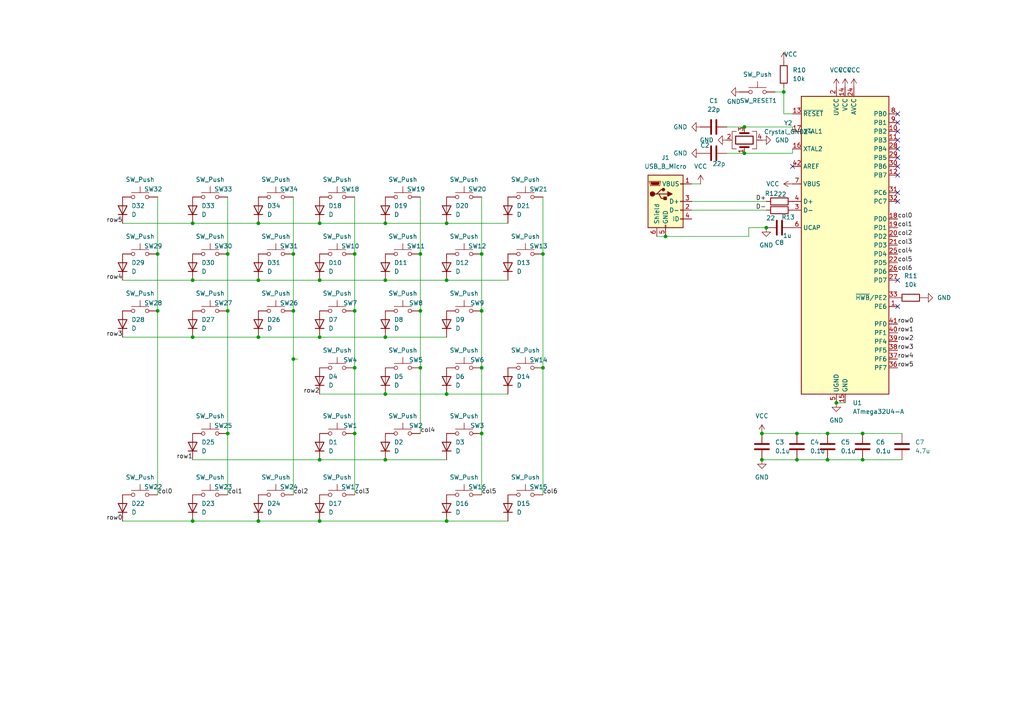
<source format=kicad_sch>
(kicad_sch (version 20231120) (generator "eeschema") (generator_version "8.0")
  (paper "A4")
  (lib_symbols
    (symbol "Connector:USB_B_Micro" (pin_names (offset 1.016))
      (property "Reference" "J" (at -5.08 11.43 0))
      (property "Value" "USB_B_Micro" (at -5.08 8.89 0))
      (symbol "USB_B_Micro_0_1"
        (rectangle (start -5.08 -7.62) (end 5.08 7.62) (stroke (width 0.254)) (fill (type background)))
        (circle (center -3.81 2.159) (radius 0.635) (stroke (width 0.254)) (fill (type outline)))
        (circle (center -0.635 3.429) (radius 0.381) (stroke (width 0.254)) (fill (type outline)))
        (rectangle (start -0.127 -7.62) (end 0.127 -6.858))
        (polyline (pts (xy -1.905 2.159) (xy 0.635 2.159)) (stroke (width 0.254)))
        (polyline (pts (xy -3.175 2.159) (xy -2.54 2.159) (xy -1.27 3.429) (xy -0.635 3.429)) (stroke (width 0.254)))
        (polyline (pts (xy -2.54 2.159) (xy -1.905 2.159) (xy -1.27 0.889) (xy 0 0.889)) (stroke (width 0.254)))
        (polyline (pts (xy 0.635 2.794) (xy 0.635 1.524) (xy 1.905 2.159) (xy 0.635 2.794)) (stroke (width 0.254)) (fill (type outline)))
        (polyline (pts (xy -4.318 5.588) (xy -1.778 5.588) (xy -2.032 4.826) (xy -4.064 4.826) (xy -4.318 5.588)) (fill (type outline)))
        (polyline (pts (xy -4.699 5.842) (xy -4.699 5.588) (xy -4.445 4.826) (xy -4.445 4.572) (xy -1.651 4.572) (xy -1.651 4.826) (xy -1.397 5.588) (xy -1.397 5.842) (xy -4.699 5.842)))
        (rectangle (start 0.254 1.27) (end -0.508 0.508) (stroke (width 0.254)) (fill (type outline)))
        (rectangle (start 5.08 -5.207) (end 4.318 -4.953))
        (rectangle (start 5.08 -2.667) (end 4.318 -2.413))
        (rectangle (start 5.08 -0.127) (end 4.318 0.127))
        (rectangle (start 5.08 4.953) (end 4.318 5.207))
      )
      (symbol "USB_B_Micro_1_1"
        (pin power_out line (at 7.62 5.08 180) (length 2.54) (name "VBUS") (number "1"))
        (pin bidirectional line (at 7.62 -2.54 180) (length 2.54) (name "D-") (number "2"))
        (pin bidirectional line (at 7.62 0 180) (length 2.54) (name "D+") (number "3"))
        (pin passive line (at 7.62 -5.08 180) (length 2.54) (name "ID") (number "4"))
        (pin power_out line (at 0 -10.16 90) (length 2.54) (name "GND") (number "5"))
        (pin passive line (at -2.54 -10.16 90) (length 2.54) (name "Shield") (number "6"))
      )
    )
    (symbol "Device:C" (pin_numbers hide) (pin_names (offset 0.254))
      (property "Reference" "C" (at 0.635 2.54 0))
      (property "Value" "C" (at 0.635 -2.54 0))
      (symbol "C_0_1"
        (polyline (pts (xy -2.032 -0.762) (xy 2.032 -0.762)) (stroke (width 0.508)))
        (polyline (pts (xy -2.032 0.762) (xy 2.032 0.762)) (stroke (width 0.508)))
      )
      (symbol "C_1_1"
        (pin passive line (at 0 3.81 270) (length 2.794) (name "~") (number "1"))
        (pin passive line (at 0 -3.81 90) (length 2.794) (name "~") (number "2"))
      )
    )
    (symbol "Device:Crystal_GND24" (pin_names (offset 1.016) hide)
      (property "Reference" "Y" (at 3.175 5.08 0))
      (property "Value" "Crystal_GND24" (at 3.175 3.175 0))
      (symbol "Crystal_GND24_0_1"
        (rectangle (start -1.143 2.54) (end 1.143 -2.54) (stroke (width 0.3048)))
        (polyline (pts (xy -2.54 0) (xy -2.032 0)))
        (polyline (pts (xy -2.032 -1.27) (xy -2.032 1.27)) (stroke (width 0.508)))
        (polyline (pts (xy 0 -3.81) (xy 0 -3.556)))
        (polyline (pts (xy 0 3.556) (xy 0 3.81)))
        (polyline (pts (xy 2.032 -1.27) (xy 2.032 1.27)) (stroke (width 0.508)))
        (polyline (pts (xy 2.032 0) (xy 2.54 0)))
        (polyline (pts (xy -2.54 -2.286) (xy -2.54 -3.556) (xy 2.54 -3.556) (xy 2.54 -2.286)))
        (polyline (pts (xy -2.54 2.286) (xy -2.54 3.556) (xy 2.54 3.556) (xy 2.54 2.286)))
      )
      (symbol "Crystal_GND24_1_1"
        (pin passive line (at -3.81 0 0) (length 1.27) (name "1") (number "1"))
        (pin passive line (at 0 5.08 270) (length 1.27) (name "2") (number "2"))
        (pin passive line (at 3.81 0 180) (length 1.27) (name "3") (number "3"))
        (pin passive line (at 0 -5.08 90) (length 1.27) (name "4") (number "4"))
      )
    )
    (symbol "Device:D" (pin_numbers hide) (pin_names (offset 1.016) hide)
      (property "Reference" "D" (at 0 2.54 0))
      (property "Value" "D" (at 0 -2.54 0))
      (symbol "D_0_1"
        (polyline (pts (xy -1.27 1.27) (xy -1.27 -1.27)) (stroke (width 0.254)))
        (polyline (pts (xy 1.27 0) (xy -1.27 0)))
        (polyline (pts (xy 1.27 1.27) (xy 1.27 -1.27) (xy -1.27 0) (xy 1.27 1.27)) (stroke (width 0.254)))
      )
      (symbol "D_1_1"
        (pin passive line (at -3.81 0 0) (length 2.54) (name "K") (number "1"))
        (pin passive line (at 3.81 0 180) (length 2.54) (name "A") (number "2"))
      )
    )
    (symbol "Device:R" (pin_numbers hide) (pin_names (offset 0))
      (property "Reference" "R" (at 2.032 0 90))
      (property "Value" "R" (at 0 0 90))
      (symbol "R_0_1"
        (rectangle (start -1.016 -2.54) (end 1.016 2.54) (stroke (width 0.254)))
      )
      (symbol "R_1_1"
        (pin passive line (at 0 3.81 270) (length 1.27) (name "~") (number "1"))
        (pin passive line (at 0 -3.81 90) (length 1.27) (name "~") (number "2"))
      )
    )
    (symbol "MCU_Microchip_ATmega:ATmega32U4-A"
      (property "Reference" "U" (at -12.7 44.45 0))
      (property "Value" "ATmega32U4-A" (at 2.54 -44.45 0))
      (symbol "ATmega32U4-A_0_1"
        (rectangle (start -12.7 -43.18) (end 12.7 43.18) (stroke (width 0.254)) (fill (type background)))
      )
      (symbol "ATmega32U4-A_1_1"
        (pin bidirectional line (at 15.24 -17.78 180) (length 2.54) (name "PE6") (number "1"))
        (pin bidirectional line (at 15.24 33.02 180) (length 2.54) (name "PB2") (number "10"))
        (pin bidirectional line (at 15.24 30.48 180) (length 2.54) (name "PB3") (number "11"))
        (pin bidirectional line (at 15.24 20.32 180) (length 2.54) (name "PB7") (number "12"))
        (pin input line (at -15.24 38.1 0) (length 2.54) (name "~{RESET}") (number "13"))
        (pin power_in line (at 0 45.72 270) (length 2.54) (name "VCC") (number "14"))
        (pin power_in line (at 0 -45.72 90) (length 2.54) (name "GND") (number "15"))
        (pin output line (at -15.24 27.94 0) (length 2.54) (name "XTAL2") (number "16"))
        (pin input line (at -15.24 33.02 0) (length 2.54) (name "XTAL1") (number "17"))
        (pin bidirectional line (at 15.24 7.62 180) (length 2.54) (name "PD0") (number "18"))
        (pin bidirectional line (at 15.24 5.08 180) (length 2.54) (name "PD1") (number "19"))
        (pin power_in line (at -2.54 45.72 270) (length 2.54) (name "UVCC") (number "2"))
        (pin bidirectional line (at 15.24 2.54 180) (length 2.54) (name "PD2") (number "20"))
        (pin bidirectional line (at 15.24 0 180) (length 2.54) (name "PD3") (number "21"))
        (pin bidirectional line (at 15.24 -5.08 180) (length 2.54) (name "PD5") (number "22"))
        (pin passive line (at 0 -45.72 90) (length 2.54) hide (name "GND") (number "23"))
        (pin power_in line (at 2.54 45.72 270) (length 2.54) (name "AVCC") (number "24"))
        (pin bidirectional line (at 15.24 -2.54 180) (length 2.54) (name "PD4") (number "25"))
        (pin bidirectional line (at 15.24 -7.62 180) (length 2.54) (name "PD6") (number "26"))
        (pin bidirectional line (at 15.24 -10.16 180) (length 2.54) (name "PD7") (number "27"))
        (pin bidirectional line (at 15.24 27.94 180) (length 2.54) (name "PB4") (number "28"))
        (pin bidirectional line (at 15.24 25.4 180) (length 2.54) (name "PB5") (number "29"))
        (pin bidirectional line (at -15.24 10.16 0) (length 2.54) (name "D-") (number "3"))
        (pin bidirectional line (at 15.24 22.86 180) (length 2.54) (name "PB6") (number "30"))
        (pin bidirectional line (at 15.24 15.24 180) (length 2.54) (name "PC6") (number "31"))
        (pin bidirectional line (at 15.24 12.7 180) (length 2.54) (name "PC7") (number "32"))
        (pin bidirectional line (at 15.24 -15.24 180) (length 2.54) (name "~{HWB}/PE2") (number "33"))
        (pin passive line (at 0 45.72 270) (length 2.54) hide (name "VCC") (number "34"))
        (pin passive line (at 0 -45.72 90) (length 2.54) hide (name "GND") (number "35"))
        (pin bidirectional line (at 15.24 -35.56 180) (length 2.54) (name "PF7") (number "36"))
        (pin bidirectional line (at 15.24 -33.02 180) (length 2.54) (name "PF6") (number "37"))
        (pin bidirectional line (at 15.24 -30.48 180) (length 2.54) (name "PF5") (number "38"))
        (pin bidirectional line (at 15.24 -27.94 180) (length 2.54) (name "PF4") (number "39"))
        (pin bidirectional line (at -15.24 12.7 0) (length 2.54) (name "D+") (number "4"))
        (pin bidirectional line (at 15.24 -25.4 180) (length 2.54) (name "PF1") (number "40"))
        (pin bidirectional line (at 15.24 -22.86 180) (length 2.54) (name "PF0") (number "41"))
        (pin passive line (at -15.24 22.86 0) (length 2.54) (name "AREF") (number "42"))
        (pin passive line (at 0 -45.72 90) (length 2.54) hide (name "GND") (number "43"))
        (pin passive line (at 2.54 45.72 270) (length 2.54) hide (name "AVCC") (number "44"))
        (pin passive line (at -2.54 -45.72 90) (length 2.54) (name "UGND") (number "5"))
        (pin passive line (at -15.24 5.08 0) (length 2.54) (name "UCAP") (number "6"))
        (pin input line (at -15.24 17.78 0) (length 2.54) (name "VBUS") (number "7"))
        (pin bidirectional line (at 15.24 38.1 180) (length 2.54) (name "PB0") (number "8"))
        (pin bidirectional line (at 15.24 35.56 180) (length 2.54) (name "PB1") (number "9"))
      )
    )
    (symbol "Switch:SW_Push" (pin_numbers hide) (pin_names (offset 1.016) hide)
      (property "Reference" "SW" (at 1.27 2.54 0))
      (property "Value" "SW_Push" (at 0 -1.524 0))
      (symbol "SW_Push_0_1"
        (circle (center -2.032 0) (radius 0.508))
        (polyline (pts (xy 0 1.27) (xy 0 3.048)))
        (polyline (pts (xy 2.54 1.27) (xy -2.54 1.27)))
        (circle (center 2.032 0) (radius 0.508))
        (pin passive line (at -5.08 0 0) (length 2.54) (name "1") (number "1"))
        (pin passive line (at 5.08 0 180) (length 2.54) (name "2") (number "2"))
      )
    )
    (symbol "power:GND" (power) (pin_numbers hide) (pin_names (offset 0) hide)
      (property "Value" "GND" (at 0 -3.81 0))
      (symbol "GND_0_1"
        (polyline (pts (xy 0 0) (xy 0 -1.27) (xy 1.27 -1.27) (xy 0 -2.54) (xy -1.27 -1.27) (xy 0 -1.27)))
      )
      (symbol "GND_1_1"
        (pin power_in line (at 0 0 270) (length 0) (name "~") (number "1"))
      )
    )
    (symbol "power:VCC" (power) (pin_numbers hide) (pin_names (offset 0) hide)
      (property "Value" "VCC" (at 0 3.556 0))
      (symbol "VCC_0_1"
        (polyline (pts (xy -0.762 1.27) (xy 0 2.54)))
        (polyline (pts (xy 0 0) (xy 0 2.54)))
        (polyline (pts (xy 0 2.54) (xy 0.762 1.27)))
      )
      (symbol "VCC_1_1"
        (pin power_in line (at 0 0 90) (length 0) (name "~") (number "1"))
      )
    )
  )
  (junction (at 102.87 106.68))
  (junction (at 129.54 114.3))
  (junction (at 129.54 151.13))
  (junction (at 102.87 125.73))
  (junction (at 74.93 81.28))
  (junction (at 111.76 64.77))
  (junction (at 55.88 64.77))
  (junction (at 227.33 26.67))
  (junction (at 55.88 151.13))
  (junction (at 74.93 97.79))
  (junction (at 121.92 106.68))
  (junction (at 111.76 97.79))
  (junction (at 111.76 81.28))
  (junction (at 111.76 133.35))
  (junction (at 111.76 114.3))
  (junction (at 231.14 133.35))
  (junction (at 121.92 90.17))
  (junction (at 139.7 106.68))
  (junction (at 45.72 90.17))
  (junction (at 129.54 64.77))
  (junction (at 240.03 125.73))
  (junction (at 92.71 64.77))
  (junction (at 102.87 90.17))
  (junction (at 85.09 90.17))
  (junction (at 139.7 90.17))
  (junction (at 92.71 81.28))
  (junction (at 193.04 68.58))
  (junction (at 215.9 36.83))
  (junction (at 250.19 125.73))
  (junction (at 74.93 151.13))
  (junction (at 92.71 151.13))
  (junction (at 220.98 133.35))
  (junction (at 129.54 81.28))
  (junction (at 215.9 44.45))
  (junction (at 157.48 106.68))
  (junction (at 157.48 73.66))
  (junction (at 139.7 73.66))
  (junction (at 92.71 97.79))
  (junction (at 222.25 66.04))
  (junction (at 220.98 125.73))
  (junction (at 231.14 125.73))
  (junction (at 121.92 73.66))
  (junction (at 139.7 125.73))
  (junction (at 55.88 97.79))
  (junction (at 242.57 116.84))
  (junction (at 66.04 125.73))
  (junction (at 85.09 104.14))
  (junction (at 92.71 133.35))
  (junction (at 66.04 73.66))
  (junction (at 102.87 73.66))
  (junction (at 250.19 133.35))
  (junction (at 85.09 73.66))
  (junction (at 240.03 133.35))
  (junction (at 55.88 81.28))
  (junction (at 66.04 90.17))
  (junction (at 74.93 64.77))
  (junction (at 45.72 73.66))
  (no_connect (at 260.35 40.64))
  (no_connect (at 260.35 33.02))
  (no_connect (at 260.35 35.56))
  (no_connect (at 260.35 88.9))
  (no_connect (at 260.35 58.42))
  (no_connect (at 260.35 50.8))
  (no_connect (at 260.35 45.72))
  (no_connect (at 260.35 48.26))
  (no_connect (at 260.35 55.88))
  (no_connect (at 260.35 43.18))
  (no_connect (at 229.87 48.26))
  (no_connect (at 260.35 38.1))
  (no_connect (at 260.35 81.28))
  (wire (pts (xy 220.98 125.73) (xy 231.14 125.73)))
  (wire (pts (xy 92.71 133.35) (xy 111.76 133.35)))
  (wire (pts (xy 139.7 57.15) (xy 139.7 73.66)))
  (wire (pts (xy 157.48 57.15) (xy 157.48 73.66)))
  (wire (pts (xy 200.66 60.96) (xy 222.25 60.96)))
  (wire (pts (xy 215.9 36.83) (xy 229.87 36.83)))
  (wire (pts (xy 200.66 53.34) (xy 203.2 53.34)))
  (wire (pts (xy 55.88 81.28) (xy 74.93 81.28)))
  (wire (pts (xy 111.76 133.35) (xy 129.54 133.35)))
  (wire (pts (xy 35.56 64.77) (xy 55.88 64.77)))
  (wire (pts (xy 66.04 125.73) (xy 66.04 143.51)))
  (wire (pts (xy 74.93 97.79) (xy 92.71 97.79)))
  (wire (pts (xy 217.17 68.58) (xy 217.17 66.04)))
  (wire (pts (xy 92.71 64.77) (xy 111.76 64.77)))
  (wire (pts (xy 227.33 33.02) (xy 227.33 26.67)))
  (wire (pts (xy 242.57 116.84) (xy 245.11 116.84)))
  (wire (pts (xy 66.04 90.17) (xy 66.04 125.73)))
  (wire (pts (xy 55.88 64.77) (xy 74.93 64.77)))
  (wire (pts (xy 102.87 106.68) (xy 102.87 125.73)))
  (wire (pts (xy 129.54 81.28) (xy 147.32 81.28)))
  (wire (pts (xy 129.54 114.3) (xy 147.32 114.3)))
  (wire (pts (xy 55.88 151.13) (xy 74.93 151.13)))
  (wire (pts (xy 157.48 73.66) (xy 157.48 106.68)))
  (wire (pts (xy 220.98 133.35) (xy 231.14 133.35)))
  (wire (pts (xy 215.9 44.45) (xy 229.87 44.45)))
  (wire (pts (xy 190.5 68.58) (xy 193.04 68.58)))
  (wire (pts (xy 240.03 125.73) (xy 250.19 125.73)))
  (wire (pts (xy 85.09 104.14) (xy 86.36 104.14)))
  (wire (pts (xy 111.76 97.79) (xy 129.54 97.79)))
  (wire (pts (xy 102.87 90.17) (xy 102.87 106.68)))
  (wire (pts (xy 102.87 73.66) (xy 102.87 90.17)))
  (wire (pts (xy 231.14 125.73) (xy 240.03 125.73)))
  (wire (pts (xy 45.72 90.17) (xy 45.72 143.51)))
  (wire (pts (xy 66.04 57.15) (xy 66.04 73.66)))
  (wire (pts (xy 129.54 64.77) (xy 147.32 64.77)))
  (wire (pts (xy 139.7 125.73) (xy 139.7 143.51)))
  (wire (pts (xy 229.87 33.02) (xy 227.33 33.02)))
  (wire (pts (xy 74.93 151.13) (xy 92.71 151.13)))
  (wire (pts (xy 92.71 81.28) (xy 111.76 81.28)))
  (wire (pts (xy 85.09 143.51) (xy 85.09 104.14)))
  (wire (pts (xy 231.14 133.35) (xy 240.03 133.35)))
  (wire (pts (xy 92.71 97.79) (xy 111.76 97.79)))
  (wire (pts (xy 55.88 97.79) (xy 74.93 97.79)))
  (wire (pts (xy 139.7 90.17) (xy 139.7 106.68)))
  (wire (pts (xy 74.93 81.28) (xy 92.71 81.28)))
  (wire (pts (xy 139.7 106.68) (xy 139.7 125.73)))
  (wire (pts (xy 210.82 36.83) (xy 215.9 36.83)))
  (wire (pts (xy 229.87 36.83) (xy 229.87 38.1)))
  (wire (pts (xy 121.92 106.68) (xy 121.92 125.73)))
  (wire (pts (xy 227.33 26.67) (xy 227.33 25.4)))
  (wire (pts (xy 85.09 57.15) (xy 85.09 73.66)))
  (wire (pts (xy 121.92 73.66) (xy 121.92 90.17)))
  (wire (pts (xy 85.09 90.17) (xy 85.09 104.14)))
  (wire (pts (xy 210.82 44.45) (xy 215.9 44.45)))
  (wire (pts (xy 66.04 73.66) (xy 66.04 90.17)))
  (wire (pts (xy 85.09 73.66) (xy 85.09 90.17)))
  (wire (pts (xy 129.54 151.13) (xy 147.32 151.13)))
  (wire (pts (xy 224.79 26.67) (xy 227.33 26.67)))
  (wire (pts (xy 111.76 81.28) (xy 129.54 81.28)))
  (wire (pts (xy 35.56 81.28) (xy 55.88 81.28)))
  (wire (pts (xy 121.92 57.15) (xy 121.92 73.66)))
  (wire (pts (xy 139.7 73.66) (xy 139.7 90.17)))
  (wire (pts (xy 55.88 133.35) (xy 92.71 133.35)))
  (wire (pts (xy 35.56 97.79) (xy 55.88 97.79)))
  (wire (pts (xy 200.66 58.42) (xy 222.25 58.42)))
  (wire (pts (xy 74.93 64.77) (xy 92.71 64.77)))
  (wire (pts (xy 229.87 44.45) (xy 229.87 43.18)))
  (wire (pts (xy 102.87 125.73) (xy 102.87 143.51)))
  (wire (pts (xy 250.19 125.73) (xy 261.62 125.73)))
  (wire (pts (xy 92.71 151.13) (xy 129.54 151.13)))
  (wire (pts (xy 35.56 151.13) (xy 55.88 151.13)))
  (wire (pts (xy 45.72 73.66) (xy 45.72 90.17)))
  (wire (pts (xy 240.03 133.35) (xy 250.19 133.35)))
  (wire (pts (xy 250.19 133.35) (xy 261.62 133.35)))
  (wire (pts (xy 111.76 64.77) (xy 129.54 64.77)))
  (wire (pts (xy 121.92 90.17) (xy 121.92 106.68)))
  (wire (pts (xy 102.87 57.15) (xy 102.87 73.66)))
  (wire (pts (xy 45.72 57.15) (xy 45.72 73.66)))
  (wire (pts (xy 157.48 106.68) (xy 157.48 143.51)))
  (wire (pts (xy 193.04 68.58) (xy 217.17 68.58)))
  (wire (pts (xy 217.17 66.04) (xy 222.25 66.04)))
  (wire (pts (xy 92.71 114.3) (xy 111.76 114.3)))
  (wire (pts (xy 111.76 114.3) (xy 129.54 114.3)))
  (label "row0" (at 260.35 93.98 0))
  (label "row5" (at 35.56 64.77 180))
  (label "row0" (at 35.56 151.13 180))
  (label "col1" (at 260.35 66.04 0))
  (label "col2" (at 260.35 68.58 0))
  (label "col0" (at 45.72 143.51 0))
  (label "row4" (at 35.56 81.28 180))
  (label "col4" (at 260.35 73.66 0))
  (label "row2" (at 92.71 114.3 180))
  (label "col6" (at 260.35 78.74 0))
  (label "col0" (at 260.35 63.5 0))
  (label "row4" (at 260.35 104.14 0))
  (label "col5" (at 260.35 76.2 0))
  (label "row2" (at 260.35 99.06 0))
  (label "col1" (at 66.04 143.51 0))
  (label "col5" (at 139.7 143.51 0))
  (label "row1" (at 55.88 133.35 180))
  (label "row1" (at 260.35 96.52 0))
  (label "D-" (at 222.25 60.96 180))
  (label "col6" (at 157.48 143.51 0))
  (label "col3" (at 102.87 143.51 0))
  (label "col4" (at 121.92 125.73 0))
  (label "col3" (at 260.35 71.12 0))
  (label "row5" (at 260.35 106.68 0))
  (label "row3" (at 260.35 101.6 0))
  (label "row3" (at 35.56 97.79 180))
  (label "col2" (at 85.09 143.51 0))
  (label "D+" (at 222.25 58.42 180))
  (symbol (lib_id "Device:D") (at 147.32 60.96 90) (unit 1)
    (property "Reference" "D21" (at 149.86 59.6899 90) (effects (justify right)))
    (property "Value" "D" (at 149.86 62.2299 90) (effects (justify right)))
    (property "Footprint" "Diode_SMD:D_0603_1608Metric" (effects (hide yes)))
    (property "Description" "Diode" (effects (hide yes)))
    (property "Sim.Device" "D" (effects (hide yes)))
    (property "Sim.Pins" "1=K 2=A" (effects (hide yes)))
  )
  (symbol (lib_id "Device:C") (at 261.62 129.54 0) (unit 1)
    (property "Reference" "C7" (at 265.43 128.2699 0) (effects (justify left)))
    (property "Value" "4.7u" (at 265.43 130.8099 0) (effects (justify left)))
    (property "Footprint" "Capacitor_SMD:C_0603_1608Metric" (effects (hide yes)))
    (property "Description" "Unpolarized capacitor" (effects (hide yes)))
  )
  (symbol (lib_id "Device:D") (at 92.71 93.98 90) (unit 1)
    (property "Reference" "D7" (at 95.25 92.7099 90) (effects (justify right)))
    (property "Value" "D" (at 95.25 95.2499 90) (effects (justify right)))
    (property "Footprint" "Diode_SMD:D_0603_1608Metric" (effects (hide yes)))
    (property "Description" "Diode" (effects (hide yes)))
    (property "Sim.Device" "D" (effects (hide yes)))
    (property "Sim.Pins" "1=K 2=A" (effects (hide yes)))
  )
  (symbol (lib_id "Switch:SW_Push") (at 219.71 26.67 0) (unit 1)
    (property "Reference" "SW_RESET1" (at 219.964 29.21 0))
    (property "Value" "SW_Push" (at 219.71 21.59 0))
    (property "Footprint" "Button_Switch_SMD:SW_SPST_TL3342" (effects (hide yes)))
    (property "Description" "Push button switch, generic, two pins" (effects (hide yes)))
  )
  (symbol (lib_id "Switch:SW_Push") (at 134.62 73.66 0) (unit 1)
    (property "Reference" "SW12" (at 138.43 71.374 0))
    (property "Value" "SW_Push" (at 134.62 68.58 0))
    (property "Footprint" "PCM_Switch_Keyboard_Cherry_MX:SW_Cherry_MX_PCB_1.00u" (effects (hide yes)))
    (property "Description" "Push button switch, generic, two pins" (effects (hide yes)))
  )
  (symbol (lib_id "Switch:SW_Push") (at 60.96 73.66 0) (unit 1)
    (property "Reference" "SW30" (at 64.77 71.374 0))
    (property "Value" "SW_Push" (at 60.96 68.58 0))
    (property "Footprint" "PCM_Switch_Keyboard_Cherry_MX:SW_Cherry_MX_PCB_1.00u" (effects (hide yes)))
    (property "Description" "Push button switch, generic, two pins" (effects (hide yes)))
  )
  (symbol (lib_id "power:VCC") (at 227.33 17.78 0) (unit 1)
    (property "Reference" "#PWR024" (effects (hide yes)))
    (property "Value" "VCC" (at 229.362 15.748 0))
    (property "Description" "Power symbol creates a global label with name \"VCC\"" (effects (hide yes)))
  )
  (symbol (lib_id "MCU_Microchip_ATmega:ATmega32U4-A") (at 245.11 71.12 0) (unit 1)
    (property "Reference" "U1" (at 247.3041 116.84 0) (effects (justify left)))
    (property "Value" "ATmega32U4-A" (at 247.3041 119.38 0) (effects (justify left)))
    (property "Footprint" "Package_QFP:TQFP-44_10x10mm_P0.8mm" (effects (hide yes)))
    (property "Datasheet" "http://ww1.microchip.com/downloads/en/DeviceDoc/Atmel-7766-8-bit-AVR-ATmega16U4-32U4_Datasheet.pdf" (effects (hide yes)))
    (property "Description" "16MHz, 32kB Flash, 2.5kB SRAM, 1kB EEPROM, USB 2.0, TQFP-44" (effects (hide yes)))
  )
  (symbol (lib_id "power:GND") (at 220.98 40.64 90) (unit 1)
    (property "Reference" "#PWR02" (effects (hide yes)))
    (property "Value" "GND" (at 224.79 40.6399 90) (effects (justify right)))
    (property "Description" "Power symbol creates a global label with name \"GND\" , ground" (effects (hide yes)))
  )
  (symbol (lib_id "power:GND") (at 267.97 86.36 90) (unit 1)
    (property "Reference" "#PWR025" (effects (hide yes)))
    (property "Value" "GND" (at 271.78 86.3599 90) (effects (justify right)))
    (property "Description" "Power symbol creates a global label with name \"GND\" , ground" (effects (hide yes)))
  )
  (symbol (lib_id "Device:D") (at 74.93 60.96 90) (unit 1)
    (property "Reference" "D34" (at 77.47 59.6899 90) (effects (justify right)))
    (property "Value" "D" (at 77.47 62.2299 90) (effects (justify right)))
    (property "Footprint" "Diode_SMD:D_0603_1608Metric" (effects (hide yes)))
    (property "Description" "Diode" (effects (hide yes)))
    (property "Sim.Device" "D" (effects (hide yes)))
    (property "Sim.Pins" "1=K 2=A" (effects (hide yes)))
  )
  (symbol (lib_id "Device:C") (at 240.03 129.54 0) (unit 1)
    (property "Reference" "C5" (at 243.84 128.2699 0) (effects (justify left)))
    (property "Value" "0.1u" (at 243.84 130.8099 0) (effects (justify left)))
    (property "Footprint" "Capacitor_SMD:C_0603_1608Metric" (effects (hide yes)))
    (property "Description" "Unpolarized capacitor" (effects (hide yes)))
  )
  (symbol (lib_id "Switch:SW_Push") (at 60.96 125.73 0) (unit 1)
    (property "Reference" "SW25" (at 64.77 123.444 0))
    (property "Value" "SW_Push" (at 60.96 120.65 0))
    (property "Footprint" "PCM_Switch_Keyboard_Cherry_MX:SW_Cherry_MX_PCB_1.00u" (effects (hide yes)))
    (property "Description" "Push button switch, generic, two pins" (effects (hide yes)))
  )
  (symbol (lib_id "Device:D") (at 147.32 77.47 90) (unit 1)
    (property "Reference" "D13" (at 149.86 76.1999 90) (effects (justify right)))
    (property "Value" "D" (at 149.86 78.7399 90) (effects (justify right)))
    (property "Footprint" "Diode_SMD:D_0603_1608Metric" (effects (hide yes)))
    (property "Description" "Diode" (effects (hide yes)))
    (property "Sim.Device" "D" (effects (hide yes)))
    (property "Sim.Pins" "1=K 2=A" (effects (hide yes)))
  )
  (symbol (lib_id "Device:D") (at 129.54 77.47 90) (unit 1)
    (property "Reference" "D12" (at 132.08 76.1999 90) (effects (justify right)))
    (property "Value" "D" (at 132.08 78.7399 90) (effects (justify right)))
    (property "Footprint" "Diode_SMD:D_0603_1608Metric" (effects (hide yes)))
    (property "Description" "Diode" (effects (hide yes)))
    (property "Sim.Device" "D" (effects (hide yes)))
    (property "Sim.Pins" "1=K 2=A" (effects (hide yes)))
  )
  (symbol (lib_id "Device:C") (at 250.19 129.54 0) (unit 1)
    (property "Reference" "C6" (at 254 128.2699 0) (effects (justify left)))
    (property "Value" "0.1u" (at 254 130.8099 0) (effects (justify left)))
    (property "Footprint" "Capacitor_SMD:C_0603_1608Metric" (effects (hide yes)))
    (property "Description" "Unpolarized capacitor" (effects (hide yes)))
  )
  (symbol (lib_id "Device:C") (at 231.14 129.54 0) (unit 1)
    (property "Reference" "C4" (at 234.95 128.2699 0) (effects (justify left)))
    (property "Value" "0.1u" (at 234.95 130.8099 0) (effects (justify left)))
    (property "Footprint" "Capacitor_SMD:C_0603_1608Metric" (effects (hide yes)))
    (property "Description" "Unpolarized capacitor" (effects (hide yes)))
  )
  (symbol (lib_id "Switch:SW_Push") (at 116.84 57.15 0) (unit 1)
    (property "Reference" "SW19" (at 120.65 54.864 0))
    (property "Value" "SW_Push" (at 116.84 52.07 0))
    (property "Footprint" "PCM_Switch_Keyboard_Cherry_MX:SW_Cherry_MX_PCB_1.00u" (effects (hide yes)))
    (property "Description" "Push button switch, generic, two pins" (effects (hide yes)))
  )
  (symbol (lib_id "Switch:SW_Push") (at 152.4 143.51 0) (unit 1)
    (property "Reference" "SW15" (at 156.21 141.224 0))
    (property "Value" "SW_Push" (at 152.4 138.43 0))
    (property "Footprint" "PCM_Switch_Keyboard_Cherry_MX:SW_Cherry_MX_PCB_2.00u_90deg" (effects (hide yes)))
    (property "Description" "Push button switch, generic, two pins" (effects (hide yes)))
  )
  (symbol (lib_id "power:VCC") (at 203.2 53.34 0) (unit 1)
    (property "Reference" "#PWR026" (effects (hide yes)))
    (property "Value" "VCC" (at 203.2 48.26 0))
    (property "Description" "Power symbol creates a global label with name \"VCC\"" (effects (hide yes)))
  )
  (symbol (lib_id "Switch:SW_Push") (at 97.79 90.17 0) (unit 1)
    (property "Reference" "SW7" (at 101.6 87.884 0))
    (property "Value" "SW_Push" (at 97.79 85.09 0))
    (property "Footprint" "PCM_Switch_Keyboard_Cherry_MX:SW_Cherry_MX_PCB_1.00u" (effects (hide yes)))
    (property "Description" "Push button switch, generic, two pins" (effects (hide yes)))
  )
  (symbol (lib_id "Device:D") (at 74.93 147.32 90) (unit 1)
    (property "Reference" "D24" (at 77.47 146.0499 90) (effects (justify right)))
    (property "Value" "D" (at 77.47 148.5899 90) (effects (justify right)))
    (property "Footprint" "Diode_SMD:D_0603_1608Metric" (effects (hide yes)))
    (property "Description" "Diode" (effects (hide yes)))
    (property "Sim.Device" "D" (effects (hide yes)))
    (property "Sim.Pins" "1=K 2=A" (effects (hide yes)))
  )
  (symbol (lib_id "Device:D") (at 111.76 60.96 90) (unit 1)
    (property "Reference" "D19" (at 114.3 59.6899 90) (effects (justify right)))
    (property "Value" "D" (at 114.3 62.2299 90) (effects (justify right)))
    (property "Footprint" "Diode_SMD:D_0603_1608Metric" (effects (hide yes)))
    (property "Description" "Diode" (effects (hide yes)))
    (property "Sim.Device" "D" (effects (hide yes)))
    (property "Sim.Pins" "1=K 2=A" (effects (hide yes)))
  )
  (symbol (lib_id "power:GND") (at 214.63 26.67 270) (unit 1)
    (property "Reference" "#PWR023" (effects (hide yes)))
    (property "Value" "GND" (at 214.884 29.464 90) (effects (justify right)))
    (property "Description" "Power symbol creates a global label with name \"GND\" , ground" (effects (hide yes)))
  )
  (symbol (lib_id "Device:D") (at 92.71 129.54 90) (unit 1)
    (property "Reference" "D1" (at 95.25 128.2699 90) (effects (justify right)))
    (property "Value" "D" (at 95.25 130.8099 90) (effects (justify right)))
    (property "Footprint" "Diode_SMD:D_0603_1608Metric" (effects (hide yes)))
    (property "Description" "Diode" (effects (hide yes)))
    (property "Sim.Device" "D" (effects (hide yes)))
    (property "Sim.Pins" "1=K 2=A" (effects (hide yes)))
  )
  (symbol (lib_id "Switch:SW_Push") (at 152.4 106.68 0) (unit 1)
    (property "Reference" "SW14" (at 156.21 104.394 0))
    (property "Value" "SW_Push" (at 152.4 101.6 0))
    (property "Footprint" "PCM_Switch_Keyboard_Cherry_MX:SW_Cherry_MX_PCB_2.00u_90deg" (effects (hide yes)))
    (property "Description" "Push button switch, generic, two pins" (effects (hide yes)))
  )
  (symbol (lib_id "Switch:SW_Push") (at 134.62 90.17 0) (unit 1)
    (property "Reference" "SW9" (at 138.43 87.884 0))
    (property "Value" "SW_Push" (at 134.62 85.09 0))
    (property "Footprint" "PCM_Switch_Keyboard_Cherry_MX:SW_Cherry_MX_PCB_1.00u" (effects (hide yes)))
    (property "Description" "Push button switch, generic, two pins" (effects (hide yes)))
  )
  (symbol (lib_id "Device:D") (at 92.71 77.47 90) (unit 1)
    (property "Reference" "D10" (at 95.25 76.1999 90) (effects (justify right)))
    (property "Value" "D" (at 95.25 78.7399 90) (effects (justify right)))
    (property "Footprint" "Diode_SMD:D_0603_1608Metric" (effects (hide yes)))
    (property "Description" "Diode" (effects (hide yes)))
    (property "Sim.Device" "D" (effects (hide yes)))
    (property "Sim.Pins" "1=K 2=A" (effects (hide yes)))
  )
  (symbol (lib_id "Switch:SW_Push") (at 134.62 106.68 0) (unit 1)
    (property "Reference" "SW6" (at 138.43 104.394 0))
    (property "Value" "SW_Push" (at 134.62 101.6 0))
    (property "Footprint" "PCM_Switch_Keyboard_Cherry_MX:SW_Cherry_MX_PCB_1.00u" (effects (hide yes)))
    (property "Description" "Push button switch, generic, two pins" (effects (hide yes)))
  )
  (symbol (lib_id "Device:C") (at 207.01 36.83 90) (unit 1)
    (property "Reference" "C1" (at 207.01 29.21 90))
    (property "Value" "22p" (at 207.01 31.75 90))
    (property "Footprint" "Capacitor_SMD:C_0603_1608Metric" (effects (hide yes)))
    (property "Description" "Unpolarized capacitor" (effects (hide yes)))
  )
  (symbol (lib_id "Device:D") (at 74.93 93.98 90) (unit 1)
    (property "Reference" "D26" (at 77.47 92.7099 90) (effects (justify right)))
    (property "Value" "D" (at 77.47 95.2499 90) (effects (justify right)))
    (property "Footprint" "Diode_SMD:D_0603_1608Metric" (effects (hide yes)))
    (property "Description" "Diode" (effects (hide yes)))
    (property "Sim.Device" "D" (effects (hide yes)))
    (property "Sim.Pins" "1=K 2=A" (effects (hide yes)))
  )
  (symbol (lib_id "power:GND") (at 210.82 40.64 270) (unit 1)
    (property "Reference" "#PWR01" (effects (hide yes)))
    (property "Value" "GND" (at 207.01 40.6399 90) (effects (justify right)))
    (property "Description" "Power symbol creates a global label with name \"GND\" , ground" (effects (hide yes)))
  )
  (symbol (lib_id "Switch:SW_Push") (at 152.4 57.15 0) (unit 1)
    (property "Reference" "SW21" (at 156.21 54.864 0))
    (property "Value" "SW_Push" (at 152.4 52.07 0))
    (property "Footprint" "PCM_Switch_Keyboard_Cherry_MX:SW_Cherry_MX_PCB_1.00u" (effects (hide yes)))
    (property "Description" "Push button switch, generic, two pins" (effects (hide yes)))
  )
  (symbol (lib_id "Device:D") (at 92.71 147.32 90) (unit 1)
    (property "Reference" "D17" (at 95.25 146.0499 90) (effects (justify right)))
    (property "Value" "D" (at 95.25 148.5899 90) (effects (justify right)))
    (property "Footprint" "Diode_SMD:D_0603_1608Metric" (effects (hide yes)))
    (property "Description" "Diode" (effects (hide yes)))
    (property "Sim.Device" "D" (effects (hide yes)))
    (property "Sim.Pins" "1=K 2=A" (effects (hide yes)))
  )
  (symbol (lib_id "Switch:SW_Push") (at 134.62 125.73 0) (unit 1)
    (property "Reference" "SW3" (at 138.43 123.444 0))
    (property "Value" "SW_Push" (at 134.62 120.65 0))
    (property "Footprint" "PCM_Switch_Keyboard_Cherry_MX:SW_Cherry_MX_PCB_1.00u" (effects (hide yes)))
    (property "Description" "Push button switch, generic, two pins" (effects (hide yes)))
  )
  (symbol (lib_id "Device:D") (at 111.76 77.47 90) (unit 1)
    (property "Reference" "D11" (at 114.3 76.1999 90) (effects (justify right)))
    (property "Value" "D" (at 114.3 78.7399 90) (effects (justify right)))
    (property "Footprint" "Diode_SMD:D_0603_1608Metric" (effects (hide yes)))
    (property "Description" "Diode" (effects (hide yes)))
    (property "Sim.Device" "D" (effects (hide yes)))
    (property "Sim.Pins" "1=K 2=A" (effects (hide yes)))
  )
  (symbol (lib_id "Device:Crystal_GND24") (at 215.9 40.64 90) (unit 1)
    (property "Reference" "Y2" (at 228.6 35.6868 90))
    (property "Value" "Crystal_GND24" (at 228.6 38.2268 90))
    (property "Footprint" "Crystal:Crystal_SMD_SeikoEpson_FA238-4Pin_3.2x2.5mm" (effects (hide yes)))
    (property "Description" "Four pin crystal, GND on pins 2 and 4" (effects (hide yes)))
  )
  (symbol (lib_id "Switch:SW_Push") (at 97.79 143.51 0) (unit 1)
    (property "Reference" "SW17" (at 101.6 141.224 0))
    (property "Value" "SW_Push" (at 97.79 138.43 0))
    (property "Footprint" "PCM_Switch_Keyboard_Cherry_MX:SW_Cherry_MX_PCB_2.00u" (effects (hide yes)))
    (property "Description" "Push button switch, generic, two pins" (effects (hide yes)))
  )
  (symbol (lib_id "Switch:SW_Push") (at 116.84 73.66 0) (unit 1)
    (property "Reference" "SW11" (at 120.65 71.374 0))
    (property "Value" "SW_Push" (at 116.84 68.58 0))
    (property "Footprint" "PCM_Switch_Keyboard_Cherry_MX:SW_Cherry_MX_PCB_1.00u" (effects (hide yes)))
    (property "Description" "Push button switch, generic, two pins" (effects (hide yes)))
  )
  (symbol (lib_id "Device:D") (at 74.93 77.47 90) (unit 1)
    (property "Reference" "D31" (at 77.47 76.1999 90) (effects (justify right)))
    (property "Value" "D" (at 77.47 78.7399 90) (effects (justify right)))
    (property "Footprint" "Diode_SMD:D_0603_1608Metric" (effects (hide yes)))
    (property "Description" "Diode" (effects (hide yes)))
    (property "Sim.Device" "D" (effects (hide yes)))
    (property "Sim.Pins" "1=K 2=A" (effects (hide yes)))
  )
  (symbol (lib_id "Switch:SW_Push") (at 60.96 143.51 0) (unit 1)
    (property "Reference" "SW23" (at 64.77 141.224 0))
    (property "Value" "SW_Push" (at 60.96 138.43 0))
    (property "Footprint" "PCM_Switch_Keyboard_Cherry_MX:SW_Cherry_MX_PCB_1.00u" (effects (hide yes)))
    (property "Description" "Push button switch, generic, two pins" (effects (hide yes)))
  )
  (symbol (lib_id "Device:R") (at 264.16 86.36 90) (unit 1)
    (property "Reference" "R11" (at 264.16 80.01 90))
    (property "Value" "10k" (at 264.16 82.55 90))
    (property "Footprint" "Resistor_SMD:R_0603_1608Metric" (effects (hide yes)))
    (property "Description" "Resistor" (effects (hide yes)))
  )
  (symbol (lib_id "Switch:SW_Push") (at 80.01 73.66 0) (unit 1)
    (property "Reference" "SW31" (at 83.82 71.374 0))
    (property "Value" "SW_Push" (at 80.01 68.58 0))
    (property "Footprint" "PCM_Switch_Keyboard_Cherry_MX:SW_Cherry_MX_PCB_1.00u" (effects (hide yes)))
    (property "Description" "Push button switch, generic, two pins" (effects (hide yes)))
  )
  (symbol (lib_id "Device:R") (at 227.33 21.59 0) (unit 1)
    (property "Reference" "R10" (at 229.87 20.3199 0) (effects (justify left)))
    (property "Value" "10k" (at 229.87 22.8599 0) (effects (justify left)))
    (property "Footprint" "Resistor_SMD:R_0603_1608Metric" (effects (hide yes)))
    (property "Description" "Resistor" (effects (hide yes)))
  )
  (symbol (lib_id "Device:C") (at 226.06 66.04 90) (unit 1)
    (property "Reference" "C8" (at 226.06 70.358 90))
    (property "Value" "1u" (at 228.346 68.326 90))
    (property "Footprint" "Capacitor_SMD:C_0603_1608Metric" (effects (hide yes)))
    (property "Description" "Unpolarized capacitor" (effects (hide yes)))
  )
  (symbol (lib_id "Switch:SW_Push") (at 116.84 125.73 0) (unit 1)
    (property "Reference" "SW2" (at 120.65 123.444 0))
    (property "Value" "SW_Push" (at 116.84 120.65 0))
    (property "Footprint" "PCM_Switch_Keyboard_Cherry_MX:SW_Cherry_MX_PCB_1.00u" (effects (hide yes)))
    (property "Description" "Push button switch, generic, two pins" (effects (hide yes)))
  )
  (symbol (lib_id "Switch:SW_Push") (at 97.79 73.66 0) (unit 1)
    (property "Reference" "SW10" (at 101.6 71.374 0))
    (property "Value" "SW_Push" (at 97.79 68.58 0))
    (property "Footprint" "PCM_Switch_Keyboard_Cherry_MX:SW_Cherry_MX_PCB_1.00u" (effects (hide yes)))
    (property "Description" "Push button switch, generic, two pins" (effects (hide yes)))
  )
  (symbol (lib_id "Device:D") (at 55.88 93.98 90) (unit 1)
    (property "Reference" "D27" (at 58.42 92.7099 90) (effects (justify right)))
    (property "Value" "D" (at 58.42 95.2499 90) (effects (justify right)))
    (property "Footprint" "Diode_SMD:D_0603_1608Metric" (effects (hide yes)))
    (property "Description" "Diode" (effects (hide yes)))
    (property "Sim.Device" "D" (effects (hide yes)))
    (property "Sim.Pins" "1=K 2=A" (effects (hide yes)))
  )
  (symbol (lib_id "Switch:SW_Push") (at 60.96 57.15 0) (unit 1)
    (property "Reference" "SW33" (at 64.77 54.864 0))
    (property "Value" "SW_Push" (at 60.96 52.07 0))
    (property "Footprint" "PCM_Switch_Keyboard_Cherry_MX:SW_Cherry_MX_PCB_1.00u" (effects (hide yes)))
    (property "Description" "Push button switch, generic, two pins" (effects (hide yes)))
  )
  (symbol (lib_id "Switch:SW_Push") (at 60.96 90.17 0) (unit 1)
    (property "Reference" "SW27" (at 64.77 87.884 0))
    (property "Value" "SW_Push" (at 60.96 85.09 0))
    (property "Footprint" "PCM_Switch_Keyboard_Cherry_MX:SW_Cherry_MX_PCB_1.00u" (effects (hide yes)))
    (property "Description" "Push button switch, generic, two pins" (effects (hide yes)))
  )
  (symbol (lib_id "power:VCC") (at 245.11 25.4 0) (unit 1)
    (property "Reference" "#PWR031" (effects (hide yes)))
    (property "Value" "VCC" (at 245.11 20.32 0))
    (property "Description" "Power symbol creates a global label with name \"VCC\"" (effects (hide yes)))
  )
  (symbol (lib_id "Device:C") (at 220.98 129.54 0) (unit 1)
    (property "Reference" "C3" (at 224.79 128.2699 0) (effects (justify left)))
    (property "Value" "0.1u" (at 224.79 130.8099 0) (effects (justify left)))
    (property "Footprint" "Capacitor_SMD:C_0603_1608Metric" (effects (hide yes)))
    (property "Description" "Unpolarized capacitor" (effects (hide yes)))
  )
  (symbol (lib_id "Device:D") (at 111.76 93.98 90) (unit 1)
    (property "Reference" "D8" (at 114.3 92.7099 90) (effects (justify right)))
    (property "Value" "D" (at 114.3 95.2499 90) (effects (justify right)))
    (property "Footprint" "Diode_SMD:D_0603_1608Metric" (effects (hide yes)))
    (property "Description" "Diode" (effects (hide yes)))
    (property "Sim.Device" "D" (effects (hide yes)))
    (property "Sim.Pins" "1=K 2=A" (effects (hide yes)))
  )
  (symbol (lib_id "Switch:SW_Push") (at 97.79 57.15 0) (unit 1)
    (property "Reference" "SW18" (at 101.6 54.864 0))
    (property "Value" "SW_Push" (at 97.79 52.07 0))
    (property "Footprint" "PCM_Switch_Keyboard_Cherry_MX:SW_Cherry_MX_PCB_1.00u" (effects (hide yes)))
    (property "Description" "Push button switch, generic, two pins" (effects (hide yes)))
  )
  (symbol (lib_id "Switch:SW_Push") (at 40.64 57.15 0) (unit 1)
    (property "Reference" "SW32" (at 44.45 54.864 0))
    (property "Value" "SW_Push" (at 40.64 52.07 0))
    (property "Footprint" "PCM_Switch_Keyboard_Cherry_MX:SW_Cherry_MX_PCB_1.00u" (effects (hide yes)))
    (property "Description" "Push button switch, generic, two pins" (effects (hide yes)))
  )
  (symbol (lib_id "Device:D") (at 92.71 110.49 90) (unit 1)
    (property "Reference" "D4" (at 95.25 109.2199 90) (effects (justify right)))
    (property "Value" "D" (at 95.25 111.7599 90) (effects (justify right)))
    (property "Footprint" "Diode_SMD:D_0603_1608Metric" (effects (hide yes)))
    (property "Description" "Diode" (effects (hide yes)))
    (property "Sim.Device" "D" (effects (hide yes)))
    (property "Sim.Pins" "1=K 2=A" (effects (hide yes)))
  )
  (symbol (lib_id "Device:R") (at 226.06 58.42 90) (unit 1)
    (property "Reference" "R12" (at 223.774 56.134 90))
    (property "Value" "22" (at 226.822 56.388 90))
    (property "Footprint" "Resistor_SMD:R_0603_1608Metric" (effects (hide yes)))
    (property "Description" "Resistor" (effects (hide yes)))
  )
  (symbol (lib_id "Switch:SW_Push") (at 116.84 106.68 0) (unit 1)
    (property "Reference" "SW5" (at 120.65 104.394 0))
    (property "Value" "SW_Push" (at 116.84 101.6 0))
    (property "Footprint" "PCM_Switch_Keyboard_Cherry_MX:SW_Cherry_MX_PCB_1.00u" (effects (hide yes)))
    (property "Description" "Push button switch, generic, two pins" (effects (hide yes)))
  )
  (symbol (lib_id "power:GND") (at 222.25 66.04 0) (unit 1)
    (property "Reference" "#PWR027" (effects (hide yes)))
    (property "Value" "GND" (at 222.25 71.12 0))
    (property "Description" "Power symbol creates a global label with name \"GND\" , ground" (effects (hide yes)))
  )
  (symbol (lib_id "Device:D") (at 35.56 77.47 90) (unit 1)
    (property "Reference" "D29" (at 38.1 76.1999 90) (effects (justify right)))
    (property "Value" "D" (at 38.1 78.7399 90) (effects (justify right)))
    (property "Footprint" "Diode_SMD:D_0603_1608Metric" (effects (hide yes)))
    (property "Description" "Diode" (effects (hide yes)))
    (property "Sim.Device" "D" (effects (hide yes)))
    (property "Sim.Pins" "1=K 2=A" (effects (hide yes)))
  )
  (symbol (lib_id "Switch:SW_Push") (at 134.62 143.51 0) (unit 1)
    (property "Reference" "SW16" (at 138.43 141.224 0))
    (property "Value" "SW_Push" (at 134.62 138.43 0))
    (property "Footprint" "PCM_Switch_Keyboard_Cherry_MX:SW_Cherry_MX_PCB_1.00u" (effects (hide yes)))
    (property "Description" "Push button switch, generic, two pins" (effects (hide yes)))
  )
  (symbol (lib_id "power:GND") (at 242.57 116.84 0) (unit 1)
    (property "Reference" "#PWR028" (effects (hide yes)))
    (property "Value" "GND" (at 242.57 121.92 0))
    (property "Description" "Power symbol creates a global label with name \"GND\" , ground" (effects (hide yes)))
  )
  (symbol (lib_id "power:GND") (at 220.98 133.35 0) (unit 1)
    (property "Reference" "#PWR021" (effects (hide yes)))
    (property "Value" "GND" (at 220.98 138.43 0))
    (property "Description" "Power symbol creates a global label with name \"GND\" , ground" (effects (hide yes)))
  )
  (symbol (lib_id "Connector:USB_B_Micro") (at 193.04 58.42 0) (unit 1)
    (property "Reference" "J1" (at 193.04 45.72 0))
    (property "Value" "USB_B_Micro" (at 193.04 48.26 0))
    (property "Footprint" "Connector_USB:USB_Micro-B_Amphenol_10118194_Horizontal" (effects (hide yes)))
    (property "Description" "USB Micro Type B connector" (effects (hide yes)))
  )
  (symbol (lib_id "Switch:SW_Push") (at 80.01 143.51 0) (unit 1)
    (property "Reference" "SW24" (at 83.82 141.224 0))
    (property "Value" "SW_Push" (at 80.01 138.43 0))
    (property "Footprint" "PCM_Switch_Keyboard_Cherry_MX:SW_Cherry_MX_PCB_1.00u" (effects (hide yes)))
    (property "Description" "Push button switch, generic, two pins" (effects (hide yes)))
  )
  (symbol (lib_id "Device:R") (at 226.06 60.96 270) (unit 1)
    (property "Reference" "R13" (at 228.6 62.992 90))
    (property "Value" "22" (at 223.52 63.246 90))
    (property "Footprint" "Resistor_SMD:R_0603_1608Metric" (effects (hide yes)))
    (property "Description" "Resistor" (effects (hide yes)))
  )
  (symbol (lib_id "Switch:SW_Push") (at 40.64 143.51 0) (unit 1)
    (property "Reference" "SW22" (at 44.45 141.224 0))
    (property "Value" "SW_Push" (at 40.64 138.43 0))
    (property "Footprint" "PCM_Switch_Keyboard_Cherry_MX:SW_Cherry_MX_PCB_1.00u" (effects (hide yes)))
    (property "Description" "Push button switch, generic, two pins" (effects (hide yes)))
  )
  (symbol (lib_id "power:GND") (at 203.2 36.83 270) (unit 1)
    (property "Reference" "#PWR019" (effects (hide yes)))
    (property "Value" "GND" (at 199.39 36.8299 90) (effects (justify right)))
    (property "Description" "Power symbol creates a global label with name \"GND\" , ground" (effects (hide yes)))
  )
  (symbol (lib_id "Device:D") (at 35.56 60.96 90) (unit 1)
    (property "Reference" "D32" (at 38.1 59.6899 90) (effects (justify right)))
    (property "Value" "D" (at 38.1 62.2299 90) (effects (justify right)))
    (property "Footprint" "Diode_SMD:D_0603_1608Metric" (effects (hide yes)))
    (property "Description" "Diode" (effects (hide yes)))
    (property "Sim.Device" "D" (effects (hide yes)))
    (property "Sim.Pins" "1=K 2=A" (effects (hide yes)))
  )
  (symbol (lib_id "Device:D") (at 55.88 129.54 90) (unit 1)
    (property "Reference" "D25" (at 58.42 128.2699 90) (effects (justify right)))
    (property "Value" "D" (at 58.42 130.8099 90) (effects (justify right)))
    (property "Footprint" "Diode_SMD:D_0603_1608Metric" (effects (hide yes)))
    (property "Description" "Diode" (effects (hide yes)))
    (property "Sim.Device" "D" (effects (hide yes)))
    (property "Sim.Pins" "1=K 2=A" (effects (hide yes)))
  )
  (symbol (lib_id "Device:D") (at 147.32 147.32 90) (unit 1)
    (property "Reference" "D15" (at 149.86 146.0499 90) (effects (justify right)))
    (property "Value" "D" (at 149.86 148.5899 90) (effects (justify right)))
    (property "Footprint" "Diode_SMD:D_0603_1608Metric" (effects (hide yes)))
    (property "Description" "Diode" (effects (hide yes)))
    (property "Sim.Device" "D" (effects (hide yes)))
    (property "Sim.Pins" "1=K 2=A" (effects (hide yes)))
  )
  (symbol (lib_id "Device:D") (at 129.54 129.54 90) (unit 1)
    (property "Reference" "D3" (at 132.08 128.2699 90) (effects (justify right)))
    (property "Value" "D" (at 132.08 130.8099 90) (effects (justify right)))
    (property "Footprint" "Diode_SMD:D_0603_1608Metric" (effects (hide yes)))
    (property "Description" "Diode" (effects (hide yes)))
    (property "Sim.Device" "D" (effects (hide yes)))
    (property "Sim.Pins" "1=K 2=A" (effects (hide yes)))
  )
  (symbol (lib_id "power:VCC") (at 242.57 25.4 0) (unit 1)
    (property "Reference" "#PWR029" (effects (hide yes)))
    (property "Value" "VCC" (at 242.57 20.32 0))
    (property "Description" "Power symbol creates a global label with name \"VCC\"" (effects (hide yes)))
  )
  (symbol (lib_id "Device:D") (at 35.56 147.32 90) (unit 1)
    (property "Reference" "D22" (at 38.1 146.0499 90) (effects (justify right)))
    (property "Value" "D" (at 38.1 148.5899 90) (effects (justify right)))
    (property "Footprint" "Diode_SMD:D_0603_1608Metric" (effects (hide yes)))
    (property "Description" "Diode" (effects (hide yes)))
    (property "Sim.Device" "D" (effects (hide yes)))
    (property "Sim.Pins" "1=K 2=A" (effects (hide yes)))
  )
  (symbol (lib_id "Switch:SW_Push") (at 40.64 90.17 0) (unit 1)
    (property "Reference" "SW28" (at 44.45 87.884 0))
    (property "Value" "SW_Push" (at 40.64 85.09 0))
    (property "Footprint" "PCM_Switch_Keyboard_Cherry_MX:SW_Cherry_MX_PCB_1.00u" (effects (hide yes)))
    (property "Description" "Push button switch, generic, two pins" (effects (hide yes)))
  )
  (symbol (lib_id "Device:D") (at 55.88 77.47 90) (unit 1)
    (property "Reference" "D30" (at 58.42 76.1999 90) (effects (justify right)))
    (property "Value" "D" (at 58.42 78.7399 90) (effects (justify right)))
    (property "Footprint" "Diode_SMD:D_0603_1608Metric" (effects (hide yes)))
    (property "Description" "Diode" (effects (hide yes)))
    (property "Sim.Device" "D" (effects (hide yes)))
    (property "Sim.Pins" "1=K 2=A" (effects (hide yes)))
  )
  (symbol (lib_id "power:GND") (at 203.2 44.45 270) (unit 1)
    (property "Reference" "#PWR020" (effects (hide yes)))
    (property "Value" "GND" (at 199.39 44.4499 90) (effects (justify right)))
    (property "Description" "Power symbol creates a global label with name \"GND\" , ground" (effects (hide yes)))
  )
  (symbol (lib_id "Switch:SW_Push") (at 97.79 106.68 0) (unit 1)
    (property "Reference" "SW4" (at 101.6 104.394 0))
    (property "Value" "SW_Push" (at 97.79 101.6 0))
    (property "Footprint" "PCM_Switch_Keyboard_Cherry_MX:SW_Cherry_MX_PCB_1.00u" (effects (hide yes)))
    (property "Description" "Push button switch, generic, two pins" (effects (hide yes)))
  )
  (symbol (lib_id "Device:D") (at 111.76 110.49 90) (unit 1)
    (property "Reference" "D5" (at 114.3 109.2199 90) (effects (justify right)))
    (property "Value" "D" (at 114.3 111.7599 90) (effects (justify right)))
    (property "Footprint" "Diode_SMD:D_0603_1608Metric" (effects (hide yes)))
    (property "Description" "Diode" (effects (hide yes)))
    (property "Sim.Device" "D" (effects (hide yes)))
    (property "Sim.Pins" "1=K 2=A" (effects (hide yes)))
  )
  (symbol (lib_id "Device:D") (at 147.32 110.49 90) (unit 1)
    (property "Reference" "D14" (at 149.86 109.2199 90) (effects (justify right)))
    (property "Value" "D" (at 149.86 111.7599 90) (effects (justify right)))
    (property "Footprint" "Diode_SMD:D_0603_1608Metric" (effects (hide yes)))
    (property "Description" "Diode" (effects (hide yes)))
    (property "Sim.Device" "D" (effects (hide yes)))
    (property "Sim.Pins" "1=K 2=A" (effects (hide yes)))
  )
  (symbol (lib_id "Switch:SW_Push") (at 80.01 57.15 0) (unit 1)
    (property "Reference" "SW34" (at 83.82 54.864 0))
    (property "Value" "SW_Push" (at 80.01 52.07 0))
    (property "Footprint" "PCM_Switch_Keyboard_Cherry_MX:SW_Cherry_MX_PCB_1.00u" (effects (hide yes)))
    (property "Description" "Push button switch, generic, two pins" (effects (hide yes)))
  )
  (symbol (lib_id "Device:D") (at 129.54 110.49 90) (unit 1)
    (property "Reference" "D6" (at 132.08 109.2199 90) (effects (justify right)))
    (property "Value" "D" (at 132.08 111.7599 90) (effects (justify right)))
    (property "Footprint" "Diode_SMD:D_0603_1608Metric" (effects (hide yes)))
    (property "Description" "Diode" (effects (hide yes)))
    (property "Sim.Device" "D" (effects (hide yes)))
    (property "Sim.Pins" "1=K 2=A" (effects (hide yes)))
  )
  (symbol (lib_id "Device:D") (at 55.88 60.96 90) (unit 1)
    (property "Reference" "D33" (at 58.42 59.6899 90) (effects (justify right)))
    (property "Value" "D" (at 58.42 62.2299 90) (effects (justify right)))
    (property "Footprint" "Diode_SMD:D_0603_1608Metric" (effects (hide yes)))
    (property "Description" "Diode" (effects (hide yes)))
    (property "Sim.Device" "D" (effects (hide yes)))
    (property "Sim.Pins" "1=K 2=A" (effects (hide yes)))
  )
  (symbol (lib_id "Device:D") (at 129.54 93.98 90) (unit 1)
    (property "Reference" "D9" (at 132.08 92.7099 90) (effects (justify right)))
    (property "Value" "D" (at 132.08 95.2499 90) (effects (justify right)))
    (property "Footprint" "Diode_SMD:D_0603_1608Metric" (effects (hide yes)))
    (property "Description" "Diode" (effects (hide yes)))
    (property "Sim.Device" "D" (effects (hide yes)))
    (property "Sim.Pins" "1=K 2=A" (effects (hide yes)))
  )
  (symbol (lib_id "Switch:SW_Push") (at 116.84 90.17 0) (unit 1)
    (property "Reference" "SW8" (at 120.65 87.884 0))
    (property "Value" "SW_Push" (at 116.84 85.09 0))
    (property "Footprint" "PCM_Switch_Keyboard_Cherry_MX:SW_Cherry_MX_PCB_1.00u" (effects (hide yes)))
    (property "Description" "Push button switch, generic, two pins" (effects (hide yes)))
  )
  (symbol (lib_id "power:VCC") (at 229.87 53.34 90) (unit 1)
    (property "Reference" "#PWR032" (effects (hide yes)))
    (property "Value" "VCC" (at 226.06 53.3399 90) (effects (justify left)))
    (property "Description" "Power symbol creates a global label with name \"VCC\"" (effects (hide yes)))
  )
  (symbol (lib_id "Device:D") (at 129.54 147.32 90) (unit 1)
    (property "Reference" "D16" (at 132.08 146.0499 90) (effects (justify right)))
    (property "Value" "D" (at 132.08 148.5899 90) (effects (justify right)))
    (property "Footprint" "Diode_SMD:D_0603_1608Metric" (effects (hide yes)))
    (property "Description" "Diode" (effects (hide yes)))
    (property "Sim.Device" "D" (effects (hide yes)))
    (property "Sim.Pins" "1=K 2=A" (effects (hide yes)))
  )
  (symbol (lib_id "Device:D") (at 92.71 60.96 90) (unit 1)
    (property "Reference" "D18" (at 95.25 59.6899 90) (effects (justify right)))
    (property "Value" "D" (at 95.25 62.2299 90) (effects (justify right)))
    (property "Footprint" "Diode_SMD:D_0603_1608Metric" (effects (hide yes)))
    (property "Description" "Diode" (effects (hide yes)))
    (property "Sim.Device" "D" (effects (hide yes)))
    (property "Sim.Pins" "1=K 2=A" (effects (hide yes)))
  )
  (symbol (lib_id "power:VCC") (at 247.65 25.4 0) (unit 1)
    (property "Reference" "#PWR030" (effects (hide yes)))
    (property "Value" "VCC" (at 247.65 20.32 0))
    (property "Description" "Power symbol creates a global label with name \"VCC\"" (effects (hide yes)))
  )
  (symbol (lib_id "Switch:SW_Push") (at 80.01 90.17 0) (unit 1)
    (property "Reference" "SW26" (at 83.82 87.884 0))
    (property "Value" "SW_Push" (at 80.01 85.09 0))
    (property "Footprint" "PCM_Switch_Keyboard_Cherry_MX:SW_Cherry_MX_PCB_1.00u" (effects (hide yes)))
    (property "Description" "Push button switch, generic, two pins" (effects (hide yes)))
  )
  (symbol (lib_id "Device:D") (at 35.56 93.98 90) (unit 1)
    (property "Reference" "D28" (at 38.1 92.7099 90) (effects (justify right)))
    (property "Value" "D" (at 38.1 95.2499 90) (effects (justify right)))
    (property "Footprint" "Diode_SMD:D_0603_1608Metric" (effects (hide yes)))
    (property "Description" "Diode" (effects (hide yes)))
    (property "Sim.Device" "D" (effects (hide yes)))
    (property "Sim.Pins" "1=K 2=A" (effects (hide yes)))
  )
  (symbol (lib_id "Device:C") (at 207.01 44.45 90) (unit 1)
    (property "Reference" "C2" (at 204.47 42.164 90))
    (property "Value" "22p" (at 208.534 47.498 90))
    (property "Footprint" "Capacitor_SMD:C_0603_1608Metric" (effects (hide yes)))
    (property "Description" "Unpolarized capacitor" (effects (hide yes)))
  )
  (symbol (lib_id "Switch:SW_Push") (at 97.79 125.73 0) (unit 1)
    (property "Reference" "SW1" (at 101.6 123.444 0))
    (property "Value" "SW_Push" (at 97.79 120.65 0))
    (property "Footprint" "PCM_Switch_Keyboard_Cherry_MX:SW_Cherry_MX_PCB_1.00u" (effects (hide yes)))
    (property "Description" "Push button switch, generic, two pins" (effects (hide yes)))
  )
  (symbol (lib_id "Device:D") (at 129.54 60.96 90) (unit 1)
    (property "Reference" "D20" (at 132.08 59.6899 90) (effects (justify right)))
    (property "Value" "D" (at 132.08 62.2299 90) (effects (justify right)))
    (property "Footprint" "Diode_SMD:D_0603_1608Metric" (effects (hide yes)))
    (property "Description" "Diode" (effects (hide yes)))
    (property "Sim.Device" "D" (effects (hide yes)))
    (property "Sim.Pins" "1=K 2=A" (effects (hide yes)))
  )
  (symbol (lib_id "Device:D") (at 55.88 147.32 90) (unit 1)
    (property "Reference" "D23" (at 58.42 146.0499 90) (effects (justify right)))
    (property "Value" "D" (at 58.42 148.5899 90) (effects (justify right)))
    (property "Footprint" "Diode_SMD:D_0603_1608Metric" (effects (hide yes)))
    (property "Description" "Diode" (effects (hide yes)))
    (property "Sim.Device" "D" (effects (hide yes)))
    (property "Sim.Pins" "1=K 2=A" (effects (hide yes)))
  )
  (symbol (lib_id "power:VCC") (at 220.98 125.73 0) (unit 1)
    (property "Reference" "#PWR022" (effects (hide yes)))
    (property "Value" "VCC" (at 220.98 120.65 0))
    (property "Description" "Power symbol creates a global label with name \"VCC\"" (effects (hide yes)))
  )
  (symbol (lib_id "Switch:SW_Push") (at 152.4 73.66 0) (unit 1)
    (property "Reference" "SW13" (at 156.21 71.374 0))
    (property "Value" "SW_Push" (at 152.4 68.58 0))
    (property "Footprint" "PCM_Switch_Keyboard_Cherry_MX:SW_Cherry_MX_PCB_1.00u" (effects (hide yes)))
    (property "Description" "Push button switch, generic, two pins" (effects (hide yes)))
  )
  (symbol (lib_id "Switch:SW_Push") (at 134.62 57.15 0) (unit 1)
    (property "Reference" "SW20" (at 138.43 54.864 0))
    (property "Value" "SW_Push" (at 134.62 52.07 0))
    (property "Footprint" "PCM_Switch_Keyboard_Cherry_MX:SW_Cherry_MX_PCB_1.00u" (effects (hide yes)))
    (property "Description" "Push button switch, generic, two pins" (effects (hide yes)))
  )
  (symbol (lib_id "Switch:SW_Push") (at 40.64 73.66 0) (unit 1)
    (property "Reference" "SW29" (at 44.45 71.374 0))
    (property "Value" "SW_Push" (at 40.64 68.58 0))
    (property "Footprint" "PCM_Switch_Keyboard_Cherry_MX:SW_Cherry_MX_PCB_1.00u" (effects (hide yes)))
    (property "Description" "Push button switch, generic, two pins" (effects (hide yes)))
  )
  (symbol (lib_id "Device:D") (at 111.76 129.54 90) (unit 1)
    (property "Reference" "D2" (at 114.3 128.2699 90) (effects (justify right)))
    (property "Value" "D" (at 114.3 130.8099 90) (effects (justify right)))
    (property "Footprint" "Diode_SMD:D_0603_1608Metric" (effects (hide yes)))
    (property "Description" "Diode" (effects (hide yes)))
    (property "Sim.Device" "D" (effects (hide yes)))
    (property "Sim.Pins" "1=K 2=A" (effects (hide yes)))
  )
)
</source>
